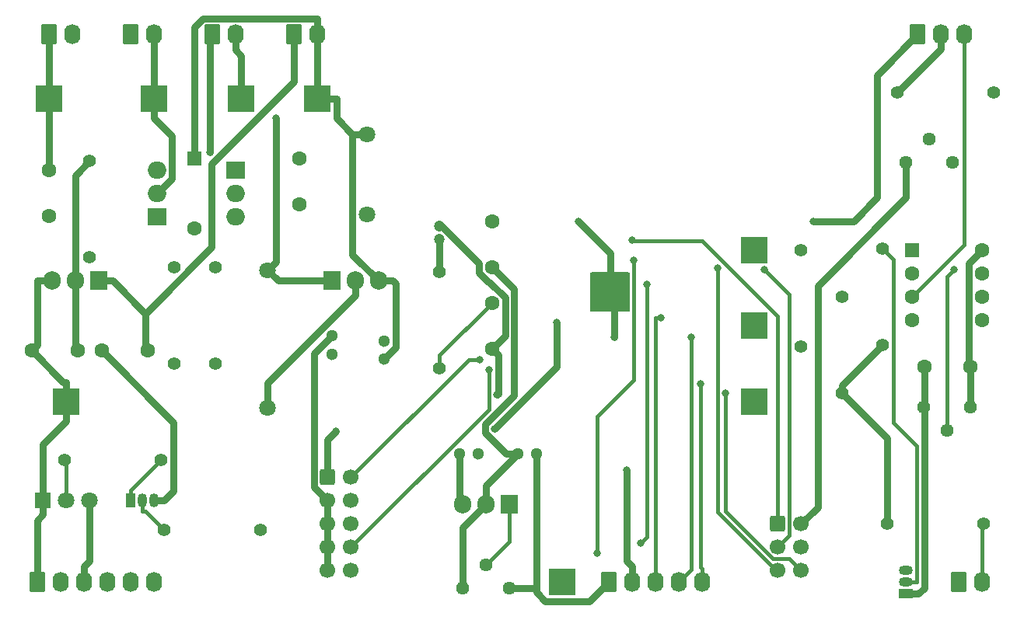
<source format=gbr>
%TF.GenerationSoftware,KiCad,Pcbnew,9.0.3*%
%TF.CreationDate,2025-08-15T02:20:32+00:00*%
%TF.ProjectId,board,626f6172-642e-46b6-9963-61645f706362,1.0*%
%TF.SameCoordinates,Original*%
%TF.FileFunction,Copper,L2,Bot*%
%TF.FilePolarity,Positive*%
%FSLAX46Y46*%
G04 Gerber Fmt 4.6, Leading zero omitted, Abs format (unit mm)*
G04 Created by KiCad (PCBNEW 9.0.3) date 2025-08-15 02:20:32*
%MOMM*%
%LPD*%
G01*
G04 APERTURE LIST*
G04 Aperture macros list*
%AMRoundRect*
0 Rectangle with rounded corners*
0 $1 Rounding radius*
0 $2 $3 $4 $5 $6 $7 $8 $9 X,Y pos of 4 corners*
0 Add a 4 corners polygon primitive as box body*
4,1,4,$2,$3,$4,$5,$6,$7,$8,$9,$2,$3,0*
0 Add four circle primitives for the rounded corners*
1,1,$1+$1,$2,$3*
1,1,$1+$1,$4,$5*
1,1,$1+$1,$6,$7*
1,1,$1+$1,$8,$9*
0 Add four rect primitives between the rounded corners*
20,1,$1+$1,$2,$3,$4,$5,0*
20,1,$1+$1,$4,$5,$6,$7,0*
20,1,$1+$1,$6,$7,$8,$9,0*
20,1,$1+$1,$8,$9,$2,$3,0*%
G04 Aperture macros list end*
%TA.AperFunction,ComponentPad*%
%ADD10C,1.200000*%
%TD*%
%TA.AperFunction,ComponentPad*%
%ADD11C,1.300000*%
%TD*%
%TA.AperFunction,ComponentPad*%
%ADD12RoundRect,0.250000X-0.620000X-0.845000X0.620000X-0.845000X0.620000X0.845000X-0.620000X0.845000X0*%
%TD*%
%TA.AperFunction,ComponentPad*%
%ADD13O,1.740000X2.190000*%
%TD*%
%TA.AperFunction,ComponentPad*%
%ADD14C,1.400000*%
%TD*%
%TA.AperFunction,ComponentPad*%
%ADD15RoundRect,0.250000X-0.600000X-0.600000X0.600000X-0.600000X0.600000X0.600000X-0.600000X0.600000X0*%
%TD*%
%TA.AperFunction,ComponentPad*%
%ADD16C,1.700000*%
%TD*%
%TA.AperFunction,ComponentPad*%
%ADD17C,1.440000*%
%TD*%
%TA.AperFunction,ComponentPad*%
%ADD18C,1.800000*%
%TD*%
%TA.AperFunction,ComponentPad*%
%ADD19C,1.600000*%
%TD*%
%TA.AperFunction,ComponentPad*%
%ADD20R,1.905000X2.000000*%
%TD*%
%TA.AperFunction,ComponentPad*%
%ADD21O,1.905000X2.000000*%
%TD*%
%TA.AperFunction,ComponentPad*%
%ADD22R,3.000000X3.000000*%
%TD*%
%TA.AperFunction,ComponentPad*%
%ADD23R,2.000000X1.905000*%
%TD*%
%TA.AperFunction,ComponentPad*%
%ADD24O,2.000000X1.905000*%
%TD*%
%TA.AperFunction,ComponentPad*%
%ADD25R,1.050000X1.500000*%
%TD*%
%TA.AperFunction,ComponentPad*%
%ADD26O,1.050000X1.500000*%
%TD*%
%TA.AperFunction,ComponentPad*%
%ADD27R,1.500000X1.050000*%
%TD*%
%TA.AperFunction,ComponentPad*%
%ADD28O,1.500000X1.050000*%
%TD*%
%TA.AperFunction,ComponentPad*%
%ADD29R,1.800000X1.800000*%
%TD*%
%TA.AperFunction,ComponentPad*%
%ADD30RoundRect,0.250000X-0.550000X-0.550000X0.550000X-0.550000X0.550000X0.550000X-0.550000X0.550000X0*%
%TD*%
%TA.AperFunction,ComponentPad*%
%ADD31RoundRect,0.250000X-0.550000X0.550000X-0.550000X-0.550000X0.550000X-0.550000X0.550000X0.550000X0*%
%TD*%
%TA.AperFunction,HeatsinkPad*%
%ADD32C,0.600000*%
%TD*%
%TA.AperFunction,ViaPad*%
%ADD33C,0.800000*%
%TD*%
%TA.AperFunction,Conductor*%
%ADD34C,0.800000*%
%TD*%
%TA.AperFunction,Conductor*%
%ADD35C,0.400000*%
%TD*%
G04 APERTURE END LIST*
D10*
%TO.P,C3,2*%
%TO.N,GND*%
X146685000Y-90690000D03*
%TO.P,C3,1*%
%TO.N,+3V3*%
X146685000Y-92190000D03*
%TD*%
D11*
%TO.P,C11,2*%
%TO.N,GND*%
X140650000Y-103215000D03*
%TO.P,C11,1*%
%TO.N,VSS*%
X140650000Y-105215000D03*
%TD*%
%TO.P,C12,2*%
%TO.N,GND*%
X134935000Y-102675000D03*
%TO.P,C12,1*%
%TO.N,Net-(D3-A)*%
X134935000Y-104675000D03*
%TD*%
D12*
%TO.P,J1,1,Pin_1*%
%TO.N,GND*%
X104140000Y-69850000D03*
D13*
%TO.P,J1,2,Pin_2*%
%TO.N,VDD*%
X106680000Y-69850000D03*
%TD*%
D14*
%TO.P,R7,1*%
%TO.N,+3V3*%
X195410000Y-123190000D03*
%TO.P,R7,2*%
%TO.N,Net-(J6-Pin_2)*%
X205910000Y-123190000D03*
%TD*%
D15*
%TO.P,J7,1,Pin_1*%
%TO.N,/EN*%
X183515000Y-123190000D03*
D16*
%TO.P,J7,2,Pin_2*%
%TO.N,+5V*%
X186055000Y-123190000D03*
%TO.P,J7,3,Pin_3*%
%TO.N,/TX*%
X183515000Y-125730000D03*
%TO.P,J7,4,Pin_4*%
%TO.N,GND*%
X186055000Y-125730000D03*
%TO.P,J7,5,Pin_5*%
%TO.N,/RX*%
X183515000Y-128270000D03*
%TO.P,J7,6,Pin_6*%
%TO.N,/IO0*%
X186055000Y-128270000D03*
%TD*%
D17*
%TO.P,RV2,1,1*%
%TO.N,+5V*%
X197485000Y-83820000D03*
%TO.P,RV2,2,2*%
%TO.N,Net-(R8-Pad2)*%
X200025000Y-81280000D03*
%TO.P,RV2,3,3*%
%TO.N,unconnected-(RV2-Pad3)*%
X202565000Y-83820000D03*
%TD*%
D18*
%TO.P,D3,1,K*%
%TO.N,VSS*%
X138745000Y-80740000D03*
%TO.P,D3,2,A*%
%TO.N,Net-(D3-A)*%
X138745000Y-89440000D03*
%TD*%
D19*
%TO.P,C1,1*%
%TO.N,+3V3*%
X204475000Y-106045000D03*
%TO.P,C1,2*%
%TO.N,GND*%
X199475000Y-106045000D03*
%TD*%
D20*
%TO.P,U5,1,ADJ*%
%TO.N,Net-(U5-ADJ)*%
X154305000Y-121015000D03*
D21*
%TO.P,U5,2,VO*%
%TO.N,+3V3*%
X151765000Y-121015000D03*
%TO.P,U5,3,VI*%
%TO.N,+5V*%
X149225000Y-121015000D03*
%TD*%
D22*
%TO.P,TP2,1,1*%
%TO.N,VSS*%
X133350000Y-76835000D03*
%TD*%
D19*
%TO.P,C9,1*%
%TO.N,Net-(D1-A)*%
X104140000Y-89665000D03*
%TO.P,C9,2*%
%TO.N,GND*%
X104140000Y-84665000D03*
%TD*%
D12*
%TO.P,F1,1*%
%TO.N,VDD*%
X113030000Y-69850000D03*
D13*
%TO.P,F1,2*%
%TO.N,Net-(D2-A)*%
X115570000Y-69850000D03*
%TD*%
D22*
%TO.P,TP9,1,1*%
%TO.N,GND*%
X104140000Y-76835000D03*
%TD*%
D19*
%TO.P,C5,1*%
%TO.N,VDC*%
X114935000Y-104310000D03*
%TO.P,C5,2*%
%TO.N,GND*%
X109935000Y-104310000D03*
%TD*%
D14*
%TO.P,R1,1*%
%TO.N,+3V3*%
X194950000Y-103675000D03*
%TO.P,R1,2*%
%TO.N,/SENSOR*%
X194950000Y-93175000D03*
%TD*%
D11*
%TO.P,C8,1*%
%TO.N,+5V*%
X148860000Y-115570000D03*
%TO.P,C8,2*%
%TO.N,GND*%
X150860000Y-115570000D03*
%TD*%
D22*
%TO.P,TP3,1,1*%
%TO.N,+5V*%
X106045000Y-109855000D03*
%TD*%
D12*
%TO.P,J4,1,Pin_1*%
%TO.N,+5V*%
X102870000Y-129540000D03*
D13*
%TO.P,J4,2,Pin_2*%
%TO.N,GND*%
X105410000Y-129540000D03*
%TO.P,J4,3,Pin_3*%
%TO.N,/PWM_5V*%
X107950000Y-129540000D03*
%TO.P,J4,4,Pin_4*%
%TO.N,unconnected-(J4-Pin_4-Pad4)*%
X110490000Y-129540000D03*
%TO.P,J4,5,Pin_5*%
%TO.N,/SDA*%
X113030000Y-129540000D03*
%TO.P,J4,6,Pin_6*%
%TO.N,/SCL*%
X115570000Y-129540000D03*
%TD*%
D23*
%TO.P,Q3,1,G*%
%TO.N,Net-(D1-A)*%
X115885000Y-89705000D03*
D24*
%TO.P,Q3,2,D*%
%TO.N,Net-(D2-A)*%
X115885000Y-87165000D03*
%TO.P,Q3,3,S*%
%TO.N,VSS*%
X115885000Y-84625000D03*
%TD*%
D23*
%TO.P,D2,1,K*%
%TO.N,GND*%
X124460000Y-84625000D03*
D24*
%TO.P,D2,2,A*%
%TO.N,Net-(D2-A)*%
X124460000Y-87165000D03*
%TO.P,D2,3,G*%
%TO.N,Net-(D1-A)*%
X124460000Y-89705000D03*
%TD*%
D14*
%TO.P,R3,1*%
%TO.N,Net-(Q2-C)*%
X116375000Y-116205000D03*
%TO.P,R3,2*%
%TO.N,Net-(Q1-B)*%
X105875000Y-116205000D03*
%TD*%
D19*
%TO.P,C10,1*%
%TO.N,Net-(D2-A)*%
X131445000Y-88395000D03*
%TO.P,C10,2*%
%TO.N,GND*%
X131445000Y-83395000D03*
%TD*%
D22*
%TO.P,TP6,1,1*%
%TO.N,Net-(U2A--)*%
X180975000Y-109835000D03*
%TD*%
D12*
%TO.P,J2,1,Pin_1*%
%TO.N,GND*%
X121920000Y-69850000D03*
D13*
%TO.P,J2,2,Pin_2*%
%TO.N,Net-(D3-A)*%
X124460000Y-69850000D03*
%TD*%
D12*
%TO.P,J6,1,Pin_1*%
%TO.N,Net-(J6-Pin_1)*%
X203200000Y-129540000D03*
D13*
%TO.P,J6,2,Pin_2*%
%TO.N,Net-(J6-Pin_2)*%
X205740000Y-129540000D03*
%TD*%
D14*
%TO.P,R9,1*%
%TO.N,/PH_K*%
X186060000Y-103845000D03*
%TO.P,R9,2*%
%TO.N,/SENSOR*%
X186060000Y-93345000D03*
%TD*%
D20*
%TO.P,U4,1,ADJ*%
%TO.N,Net-(D3-A)*%
X134935000Y-96690000D03*
D21*
%TO.P,U4,2,VO*%
%TO.N,+8V4*%
X137475000Y-96690000D03*
%TO.P,U4,3,VI*%
%TO.N,VSS*%
X140015000Y-96690000D03*
%TD*%
D12*
%TO.P,SW1,1*%
%TO.N,VDC*%
X130810000Y-69850000D03*
D13*
%TO.P,SW1,2*%
%TO.N,VSS*%
X133350000Y-69850000D03*
%TD*%
D22*
%TO.P,TP1,1,1*%
%TO.N,Net-(D2-A)*%
X115570000Y-76835000D03*
%TD*%
D25*
%TO.P,Q2,1,C*%
%TO.N,Net-(Q2-C)*%
X113030000Y-120650000D03*
D26*
%TO.P,Q2,2,B*%
%TO.N,Net-(Q2-B)*%
X114300000Y-120650000D03*
%TO.P,Q2,3,E*%
%TO.N,GND*%
X115570000Y-120650000D03*
%TD*%
D19*
%TO.P,C4,1*%
%TO.N,+3V3*%
X152400000Y-95210000D03*
%TO.P,C4,2*%
%TO.N,GND*%
X152400000Y-90210000D03*
%TD*%
D14*
%TO.P,R12,1*%
%TO.N,/V_bat*%
X117790000Y-105750000D03*
%TO.P,R12,2*%
%TO.N,GND*%
X117790000Y-95250000D03*
%TD*%
D11*
%TO.P,C7,1*%
%TO.N,+3V3*%
X155210000Y-115570000D03*
%TO.P,C7,2*%
%TO.N,GND*%
X157210000Y-115570000D03*
%TD*%
D18*
%TO.P,R10,1*%
%TO.N,Net-(D3-A)*%
X127950000Y-95540000D03*
%TO.P,R10,2*%
%TO.N,+8V4*%
X127950000Y-110540000D03*
%TD*%
D22*
%TO.P,TP5,1,1*%
%TO.N,Net-(D3-A)*%
X125095000Y-76835000D03*
%TD*%
D14*
%TO.P,R11,1*%
%TO.N,Net-(D3-A)*%
X122235000Y-95250000D03*
%TO.P,R11,2*%
%TO.N,/V_bat*%
X122235000Y-105750000D03*
%TD*%
%TO.P,R8,1*%
%TO.N,Net-(J3-Pin_2)*%
X196510000Y-76200000D03*
%TO.P,R8,2*%
%TO.N,Net-(R8-Pad2)*%
X207010000Y-76200000D03*
%TD*%
%TO.P,R5,1*%
%TO.N,+3V3*%
X146685000Y-95715000D03*
%TO.P,R5,2*%
%TO.N,/EN*%
X146685000Y-106215000D03*
%TD*%
D19*
%TO.P,C2,1*%
%TO.N,/EN*%
X152400000Y-99100000D03*
%TO.P,C2,2*%
%TO.N,GND*%
X152400000Y-104100000D03*
%TD*%
%TO.P,C6,1*%
%TO.N,+5V*%
X102275000Y-104310000D03*
%TO.P,C6,2*%
%TO.N,GND*%
X107275000Y-104310000D03*
%TD*%
D27*
%TO.P,Q4,1,S*%
%TO.N,GND*%
X197485000Y-130810000D03*
D28*
%TO.P,Q4,2,G*%
%TO.N,/SENSOR*%
X197485000Y-129540000D03*
%TO.P,Q4,3,D*%
%TO.N,Net-(J6-Pin_1)*%
X197485000Y-128270000D03*
%TD*%
D17*
%TO.P,RV3,1,1*%
%TO.N,+3V3*%
X149225000Y-130175000D03*
%TO.P,RV3,2,2*%
%TO.N,Net-(U5-ADJ)*%
X151765000Y-127635000D03*
%TO.P,RV3,3,3*%
%TO.N,GND*%
X154305000Y-130175000D03*
%TD*%
D29*
%TO.P,Q1,1,E*%
%TO.N,+5V*%
X103505000Y-120650000D03*
D18*
%TO.P,Q1,2,B*%
%TO.N,Net-(Q1-B)*%
X106045000Y-120650000D03*
%TO.P,Q1,3,C*%
%TO.N,/PWM_5V*%
X108585000Y-120650000D03*
%TD*%
D30*
%TO.P,U2,1*%
%TO.N,/SENSOR*%
X198125000Y-93345000D03*
D19*
%TO.P,U2,2,-*%
%TO.N,Net-(U2A--)*%
X198125000Y-95885000D03*
%TO.P,U2,3,+*%
%TO.N,/PH_K*%
X198125000Y-98425000D03*
%TO.P,U2,4,V-*%
%TO.N,GND*%
X198125000Y-100965000D03*
%TO.P,U2,5,+*%
%TO.N,unconnected-(U2B-+-Pad5)*%
X205745000Y-100965000D03*
%TO.P,U2,6,-*%
%TO.N,unconnected-(U2B---Pad6)*%
X205745000Y-98425000D03*
%TO.P,U2,7*%
%TO.N,unconnected-(U2-Pad7)*%
X205745000Y-95885000D03*
%TO.P,U2,8,V+*%
%TO.N,+3V3*%
X205745000Y-93345000D03*
%TD*%
D22*
%TO.P,TP8,1,1*%
%TO.N,/SENSOR*%
X180975000Y-93325000D03*
%TD*%
D20*
%TO.P,U3,1,VI*%
%TO.N,VDC*%
X109535000Y-96690000D03*
D21*
%TO.P,U3,2,GND*%
%TO.N,GND*%
X106995000Y-96690000D03*
%TO.P,U3,3,VO*%
%TO.N,+5V*%
X104455000Y-96690000D03*
%TD*%
D12*
%TO.P,J5,1,Pin_1*%
%TO.N,GND*%
X165100000Y-129540000D03*
D13*
%TO.P,J5,2,Pin_2*%
%TO.N,+3V3*%
X167640000Y-129540000D03*
%TO.P,J5,3,Pin_3*%
%TO.N,/SW*%
X170180000Y-129540000D03*
%TO.P,J5,4,Pin_4*%
%TO.N,/DT*%
X172720000Y-129540000D03*
%TO.P,J5,5,Pin_5*%
%TO.N,/CLK*%
X175260000Y-129540000D03*
%TD*%
D31*
%TO.P,D1,1,K*%
%TO.N,VSS*%
X120015000Y-83355000D03*
D19*
%TO.P,D1,2,A*%
%TO.N,Net-(D1-A)*%
X120015000Y-90975000D03*
%TD*%
D32*
%TO.P,U1,39,GND*%
%TO.N,GND*%
X163895000Y-97215000D03*
X163895000Y-98615000D03*
X164595000Y-96515000D03*
X164595000Y-97915000D03*
X164595000Y-99315000D03*
X165270000Y-97215000D03*
X165270000Y-98615000D03*
X165995000Y-96515000D03*
X165995000Y-97915000D03*
X165995000Y-99315000D03*
X166695000Y-97215000D03*
X166695000Y-98615000D03*
%TD*%
D22*
%TO.P,TP4,1,1*%
%TO.N,+3V3*%
X160020000Y-129540000D03*
%TD*%
D14*
%TO.P,R6,1*%
%TO.N,Net-(D1-A)*%
X108585000Y-94150000D03*
%TO.P,R6,2*%
%TO.N,GND*%
X108585000Y-83650000D03*
%TD*%
%TO.P,R2,1*%
%TO.N,+3V3*%
X190505000Y-108925000D03*
%TO.P,R2,2*%
%TO.N,/PH_K*%
X190505000Y-98425000D03*
%TD*%
D12*
%TO.P,J3,1,Pin_1*%
%TO.N,GND*%
X198755000Y-69850000D03*
D13*
%TO.P,J3,2,Pin_2*%
%TO.N,Net-(J3-Pin_2)*%
X201295000Y-69850000D03*
%TO.P,J3,3,Pin_3*%
%TO.N,/PH_K*%
X203835000Y-69850000D03*
%TD*%
D15*
%TO.P,J8,1,Pin_1*%
%TO.N,+5V*%
X134502500Y-118110000D03*
D16*
%TO.P,J8,2,Pin_2*%
%TO.N,/TMS*%
X137042500Y-118110000D03*
%TO.P,J8,3,Pin_3*%
%TO.N,GND*%
X134502500Y-120650000D03*
%TO.P,J8,4,Pin_4*%
%TO.N,/TCK*%
X137042500Y-120650000D03*
%TO.P,J8,5,Pin_5*%
%TO.N,GND*%
X134502500Y-123190000D03*
%TO.P,J8,6,Pin_6*%
%TO.N,/TDO*%
X137042500Y-123190000D03*
%TO.P,J8,7,Pin_7*%
%TO.N,GND*%
X134502500Y-125730000D03*
%TO.P,J8,8,Pin_8*%
%TO.N,/TDI*%
X137042500Y-125730000D03*
%TO.P,J8,9,Pin_9*%
%TO.N,GND*%
X134502500Y-128270000D03*
%TO.P,J8,10,Pin_10*%
%TO.N,unconnected-(J8-Pin_10-Pad10)*%
X137042500Y-128270000D03*
%TD*%
D17*
%TO.P,RV1,1,1*%
%TO.N,+3V3*%
X204475000Y-110490000D03*
%TO.P,RV1,2,2*%
%TO.N,Net-(U2A--)*%
X201935000Y-113030000D03*
%TO.P,RV1,3,3*%
%TO.N,GND*%
X199395000Y-110490000D03*
%TD*%
D22*
%TO.P,TP7,1,1*%
%TO.N,/PH_K*%
X180975000Y-101600000D03*
%TD*%
D14*
%TO.P,R4,1*%
%TO.N,/PWM_3V3*%
X127170000Y-123825000D03*
%TO.P,R4,2*%
%TO.N,Net-(Q2-B)*%
X116670000Y-123825000D03*
%TD*%
D33*
%TO.N,GND*%
X161772600Y-90195000D03*
X165735000Y-102870000D03*
X121717100Y-82670500D03*
X187379400Y-90195000D03*
X152960700Y-109127700D03*
%TO.N,/EN*%
X167682300Y-92243700D03*
%TO.N,+3V3*%
X167021000Y-117287400D03*
%TO.N,+5V*%
X135394200Y-113117600D03*
%TO.N,/TX*%
X182033200Y-95462500D03*
%TO.N,/RX*%
X176973900Y-95277500D03*
%TO.N,/IO0*%
X177793300Y-108953300D03*
%TO.N,/TMS*%
X151016700Y-105249200D03*
%TO.N,/TDI*%
X152051200Y-106350000D03*
%TO.N,/SDA*%
X168598200Y-125229300D03*
X169230300Y-97089900D03*
%TO.N,/SCL*%
X167806000Y-94475000D03*
X163867300Y-126364600D03*
%TO.N,/SW*%
X170775900Y-100713200D03*
%TO.N,/DT*%
X174095100Y-102863200D03*
%TO.N,/CLK*%
X175105400Y-107928300D03*
%TO.N,/PWM_3V3*%
X152687900Y-112800700D03*
X159470800Y-101222500D03*
%TO.N,Net-(U2A--)*%
X202704200Y-95479800D03*
%TO.N,Net-(D3-A)*%
X128834000Y-78965000D03*
%TD*%
D34*
%TO.N,GND*%
X187379400Y-90195000D02*
X191745000Y-90195000D01*
X194310000Y-74295000D02*
X198755000Y-69850000D01*
X191745000Y-90195000D02*
X194310000Y-87630000D01*
X194310000Y-87630000D02*
X194310000Y-74295000D01*
%TO.N,+5V*%
X186055000Y-123190000D02*
X187862900Y-121382100D01*
X187862900Y-121382100D02*
X187862900Y-97252100D01*
X187862900Y-97252100D02*
X197485000Y-87630000D01*
X197485000Y-87630000D02*
X197485000Y-83820000D01*
D35*
%TO.N,/PH_K*%
X203835000Y-69850000D02*
X203835000Y-92715000D01*
X203835000Y-92715000D02*
X198125000Y-98425000D01*
D34*
%TO.N,Net-(J3-Pin_2)*%
X201295000Y-69850000D02*
X201295000Y-71415000D01*
X201295000Y-71415000D02*
X196510000Y-76200000D01*
D35*
%TO.N,/SENSOR*%
X196104100Y-94329100D02*
X194950000Y-93175000D01*
X196104100Y-112151100D02*
X196104100Y-94329100D01*
X198636700Y-114683700D02*
X196104100Y-112151100D01*
X198636700Y-129540000D02*
X198636700Y-114683700D01*
X197485000Y-129540000D02*
X198636700Y-129540000D01*
D34*
%TO.N,GND*%
X153106500Y-108981900D02*
X152960700Y-109127700D01*
X152083600Y-96801200D02*
X153812000Y-98529600D01*
X157210000Y-130175000D02*
X154305000Y-130175000D01*
X161772600Y-90195000D02*
X165277800Y-93700200D01*
X106995000Y-96690000D02*
X106995000Y-85240000D01*
X199475000Y-109136800D02*
X199475000Y-106045000D01*
X153812000Y-98529600D02*
X153812000Y-102688000D01*
X109935000Y-104310000D02*
X117732000Y-112107000D01*
X107275000Y-104310000D02*
X106995000Y-104030000D01*
X157210000Y-130175000D02*
X157210000Y-115570000D01*
X146685000Y-90690000D02*
X146928500Y-90690000D01*
X153812000Y-102688000D02*
X152400000Y-104100000D01*
X134502500Y-120650000D02*
X133038800Y-119186300D01*
X117732000Y-112107000D02*
X117732000Y-119614700D01*
X133038800Y-119186300D02*
X133038800Y-104571200D01*
X121717100Y-70052900D02*
X121920000Y-69850000D01*
X197485000Y-130810000D02*
X198836700Y-130810000D01*
X158207500Y-131641700D02*
X157210000Y-130644200D01*
X104140000Y-69850000D02*
X104140000Y-76835000D01*
X134502500Y-120650000D02*
X134502500Y-123190000D01*
X121717100Y-82670500D02*
X121717100Y-70052900D01*
X165277800Y-93700200D02*
X165277800Y-96520000D01*
X134502500Y-123190000D02*
X134502500Y-125730000D01*
X151988500Y-96801200D02*
X152083600Y-96801200D01*
X133038800Y-104571200D02*
X134935000Y-102675000D01*
X146928500Y-90690000D02*
X150998300Y-94759800D01*
X150998300Y-94759800D02*
X150998300Y-95811000D01*
X165100000Y-129540000D02*
X162998300Y-131641700D01*
X117732000Y-119614700D02*
X116696700Y-120650000D01*
X134502500Y-125730000D02*
X134502500Y-128270000D01*
X199395000Y-110490000D02*
X199475000Y-110410000D01*
X104140000Y-84665000D02*
X104140000Y-76835000D01*
X153106500Y-104806500D02*
X153106500Y-108981900D01*
X106995000Y-85240000D02*
X108585000Y-83650000D01*
X199475000Y-109136800D02*
X199475000Y-130171700D01*
X199475000Y-130171700D02*
X198836700Y-130810000D01*
X152400000Y-104100000D02*
X153106500Y-104806500D01*
X157210000Y-130644200D02*
X157210000Y-130175000D01*
X199475000Y-110410000D02*
X199475000Y-109136800D01*
X150998300Y-95811000D02*
X151988500Y-96801200D01*
X115570000Y-120650000D02*
X116696700Y-120650000D01*
X162998300Y-131641700D02*
X158207500Y-131641700D01*
X106995000Y-104030000D02*
X106995000Y-96690000D01*
X165735000Y-102870000D02*
X165735000Y-99847400D01*
D35*
%TO.N,/EN*%
X175310900Y-92367500D02*
X167806000Y-92367500D01*
X146685000Y-104815000D02*
X146685000Y-106215000D01*
X167806000Y-92367500D02*
X167806000Y-92367400D01*
X183515000Y-100571600D02*
X175310900Y-92367500D01*
X152400000Y-99100000D02*
X146685000Y-104815000D01*
X183515000Y-123190000D02*
X183515000Y-100571600D01*
X167806000Y-92367400D02*
X167682300Y-92243700D01*
D34*
%TO.N,VSS*%
X133350000Y-68153300D02*
X133303100Y-68106400D01*
X138745000Y-80740000D02*
X137201300Y-80740000D01*
X120943300Y-68106400D02*
X120015000Y-69034700D01*
X120015000Y-69034700D02*
X120015000Y-83355000D01*
X137201300Y-80740000D02*
X137201300Y-93876300D01*
X137201300Y-93876300D02*
X140015000Y-96690000D01*
X133303100Y-68106400D02*
X120943300Y-68106400D01*
X141908400Y-103956600D02*
X140650000Y-105215000D01*
X141908400Y-97029200D02*
X141908400Y-103956600D01*
X140015000Y-96690000D02*
X141569200Y-96690000D01*
X133350000Y-76835000D02*
X133350000Y-69850000D01*
X135451700Y-78990400D02*
X135451700Y-76835000D01*
X137201300Y-80740000D02*
X135451700Y-78990400D01*
X141569200Y-96690000D02*
X141908400Y-97029200D01*
X133350000Y-69850000D02*
X133350000Y-68153300D01*
X133350000Y-76835000D02*
X135451700Y-76835000D01*
%TO.N,+3V3*%
X195410000Y-123190000D02*
X195410000Y-113830000D01*
X204294100Y-94795900D02*
X204294100Y-105864100D01*
X153972000Y-115570000D02*
X151667800Y-113265800D01*
X146685000Y-95715000D02*
X146685000Y-92190000D01*
X151667800Y-112320900D02*
X154813700Y-109175000D01*
X151765000Y-119015000D02*
X151765000Y-121015000D01*
X154813700Y-109175000D02*
X154813700Y-97623700D01*
X167021000Y-127224300D02*
X167640000Y-127843300D01*
X167021000Y-117287400D02*
X167021000Y-127224300D01*
X195410000Y-113830000D02*
X190505000Y-108925000D01*
X155210000Y-115570000D02*
X153972000Y-115570000D01*
X149225000Y-130175000D02*
X149225000Y-123555000D01*
X205745000Y-93345000D02*
X204294100Y-94795900D01*
X204475000Y-110490000D02*
X204475000Y-106045000D01*
X190505000Y-108120000D02*
X190505000Y-108925000D01*
X167640000Y-129540000D02*
X167640000Y-127843300D01*
X151667800Y-113265800D02*
X151667800Y-112320900D01*
X154813700Y-97623700D02*
X152400000Y-95210000D01*
X149225000Y-123555000D02*
X151765000Y-121015000D01*
X204294100Y-105864100D02*
X204475000Y-106045000D01*
X194950000Y-103675000D02*
X190505000Y-108120000D01*
X155210000Y-115570000D02*
X151765000Y-119015000D01*
%TO.N,+5V*%
X103505000Y-121212900D02*
X103505000Y-120650000D01*
X134502500Y-114009300D02*
X135394200Y-113117600D01*
X106045000Y-109855000D02*
X106045000Y-107753300D01*
X134502500Y-118110000D02*
X134502500Y-114009300D01*
X148860000Y-115570000D02*
X148860000Y-120650000D01*
X102900800Y-103684200D02*
X102275000Y-104310000D01*
X148860000Y-120650000D02*
X149225000Y-121015000D01*
X103505000Y-120650000D02*
X103505000Y-114496700D01*
X102870000Y-129540000D02*
X102870000Y-122786700D01*
X102900800Y-96690000D02*
X102900800Y-103684200D01*
X103505000Y-114496700D02*
X106045000Y-111956700D01*
X106045000Y-109855000D02*
X106045000Y-111956700D01*
X103505000Y-121212900D02*
X103505000Y-122151700D01*
X105718300Y-107753300D02*
X106045000Y-107753300D01*
X102870000Y-122786700D02*
X103505000Y-122151700D01*
X104455000Y-96690000D02*
X102900800Y-96690000D01*
X102275000Y-104310000D02*
X105718300Y-107753300D01*
%TO.N,Net-(D2-A)*%
X115570000Y-78936700D02*
X117496600Y-80863300D01*
X117496600Y-85553400D02*
X115885000Y-87165000D01*
X117496600Y-80863300D02*
X117496600Y-85553400D01*
X115570000Y-76835000D02*
X115570000Y-78936700D01*
X115570000Y-69850000D02*
X115570000Y-76835000D01*
%TO.N,VDC*%
X114935000Y-104310000D02*
X114651200Y-104026200D01*
X121876200Y-83928000D02*
X130810000Y-74994200D01*
X109535000Y-96690000D02*
X111089200Y-96690000D01*
X111089200Y-96690000D02*
X114651200Y-100252000D01*
X130810000Y-74994200D02*
X130810000Y-69850000D01*
X121876200Y-93027000D02*
X121876200Y-83928000D01*
X114651200Y-104026200D02*
X114651200Y-100252000D01*
X114651200Y-100252000D02*
X121876200Y-93027000D01*
D35*
%TO.N,/TX*%
X184785500Y-124459500D02*
X183515000Y-125730000D01*
X182033200Y-95462500D02*
X184785500Y-98214800D01*
X184785500Y-98214800D02*
X184785500Y-124459500D01*
%TO.N,/RX*%
X176973900Y-95277500D02*
X176973900Y-121905200D01*
X183338700Y-128270000D02*
X183515000Y-128270000D01*
X176973900Y-121905200D02*
X183338700Y-128270000D01*
%TO.N,/IO0*%
X177793300Y-121809600D02*
X182983700Y-127000000D01*
X182983700Y-127000000D02*
X184785000Y-127000000D01*
X184785000Y-127000000D02*
X186055000Y-128270000D01*
X177793300Y-108953300D02*
X177793300Y-121809600D01*
%TO.N,/TMS*%
X137042500Y-118110000D02*
X149903300Y-105249200D01*
X149903300Y-105249200D02*
X151016700Y-105249200D01*
%TO.N,/TDI*%
X152051200Y-106350000D02*
X152051200Y-110721300D01*
X152051200Y-110721300D02*
X137042500Y-125730000D01*
%TO.N,/SDA*%
X169230300Y-97089900D02*
X169230300Y-124597200D01*
X169230300Y-124597200D02*
X168598200Y-125229300D01*
%TO.N,/SCL*%
X163867300Y-111432600D02*
X163867300Y-126364600D01*
X167806000Y-107493900D02*
X163867300Y-111432600D01*
X167806000Y-94475000D02*
X167806000Y-107493900D01*
D34*
%TO.N,/PWM_5V*%
X108585000Y-127208300D02*
X107950000Y-127843300D01*
X107950000Y-129540000D02*
X107950000Y-127843300D01*
X108585000Y-120650000D02*
X108585000Y-127208300D01*
D35*
%TO.N,/SW*%
X170181500Y-128041800D02*
X170181500Y-100713200D01*
X170181500Y-100713200D02*
X170775900Y-100713200D01*
X170775900Y-100713200D02*
X170181500Y-100713200D01*
X170180000Y-128043300D02*
X170181500Y-128041800D01*
X170180000Y-129540000D02*
X170180000Y-128043300D01*
%TO.N,/DT*%
X174095100Y-128164900D02*
X174095100Y-102863200D01*
X172720000Y-129540000D02*
X174095100Y-128164900D01*
%TO.N,/CLK*%
X175105400Y-107928300D02*
X175105400Y-127888700D01*
X175105400Y-127888700D02*
X175260000Y-128043300D01*
X175260000Y-129540000D02*
X175260000Y-128043300D01*
%TO.N,Net-(J6-Pin_2)*%
X205740000Y-129540000D02*
X205740000Y-123360000D01*
X205740000Y-123360000D02*
X205910000Y-123190000D01*
%TO.N,Net-(Q1-B)*%
X106045000Y-120650000D02*
X106045000Y-116375000D01*
X106045000Y-116375000D02*
X105875000Y-116205000D01*
%TO.N,Net-(Q2-B)*%
X116670000Y-123825000D02*
X114646700Y-121801700D01*
X114300000Y-120650000D02*
X114300000Y-121801700D01*
X114646700Y-121801700D02*
X114300000Y-121801700D01*
%TO.N,Net-(Q2-C)*%
X116375000Y-116205000D02*
X113081700Y-119498300D01*
X113081700Y-119498300D02*
X113030000Y-119498300D01*
X113030000Y-120650000D02*
X113030000Y-119498300D01*
D34*
%TO.N,/PWM_3V3*%
X152687900Y-112800700D02*
X159470800Y-106017800D01*
X159470800Y-106017800D02*
X159470800Y-101222500D01*
%TO.N,+8V4*%
X137475000Y-98291700D02*
X127950000Y-107816700D01*
X127950000Y-107816700D02*
X127950000Y-110540000D01*
X137475000Y-96690000D02*
X137475000Y-98291700D01*
D35*
%TO.N,Net-(U2A--)*%
X201935000Y-96249000D02*
X201935000Y-113030000D01*
X202704200Y-95479800D02*
X201935000Y-96249000D01*
%TO.N,Net-(U5-ADJ)*%
X151765000Y-127635000D02*
X154305000Y-125095000D01*
X154305000Y-125095000D02*
X154305000Y-121015000D01*
D34*
%TO.N,Net-(D3-A)*%
X124460000Y-69850000D02*
X124460000Y-71546700D01*
X129100000Y-96690000D02*
X127950000Y-95540000D01*
X124460000Y-71546700D02*
X125095000Y-72181700D01*
X128834000Y-78965000D02*
X128834000Y-94656000D01*
X125095000Y-72181700D02*
X125095000Y-76835000D01*
X128834000Y-94656000D02*
X127950000Y-95540000D01*
X134935000Y-96690000D02*
X129100000Y-96690000D01*
%TD*%
%TA.AperFunction,Conductor*%
%TO.N,GND*%
G36*
X167329039Y-95777685D02*
G01*
X167374794Y-95830489D01*
X167386000Y-95882000D01*
X167386000Y-99952000D01*
X167366315Y-100019039D01*
X167313511Y-100064794D01*
X167262000Y-100076000D01*
X163217400Y-100076000D01*
X163150361Y-100056315D01*
X163104606Y-100003511D01*
X163093400Y-99952000D01*
X163093400Y-95882000D01*
X163113085Y-95814961D01*
X163165889Y-95769206D01*
X163217400Y-95758000D01*
X167262000Y-95758000D01*
X167329039Y-95777685D01*
G37*
%TD.AperFunction*%
%TD*%
M02*

</source>
